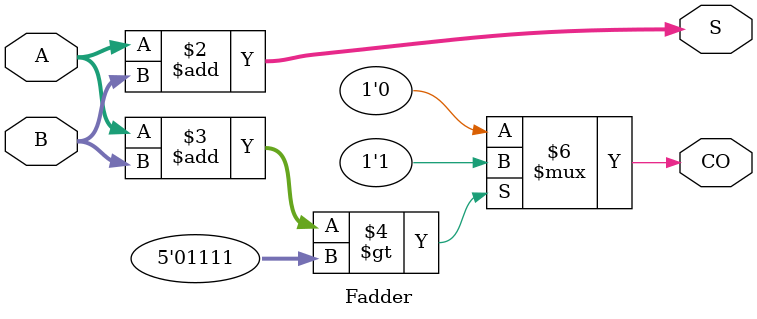
<source format=v>
module Fadder(A, B, S, CO);
  input [3:0] A, B;
  output [3:0] S;
  output CO;

  reg [3:0] S;
  reg CO;

  always @(A or B)
  begin
    S = A + B;

    if ((A + B) > 5'b01111)
      CO = 1'b1;
    else
      CO = 1'b0;
  end

endmodule

</source>
